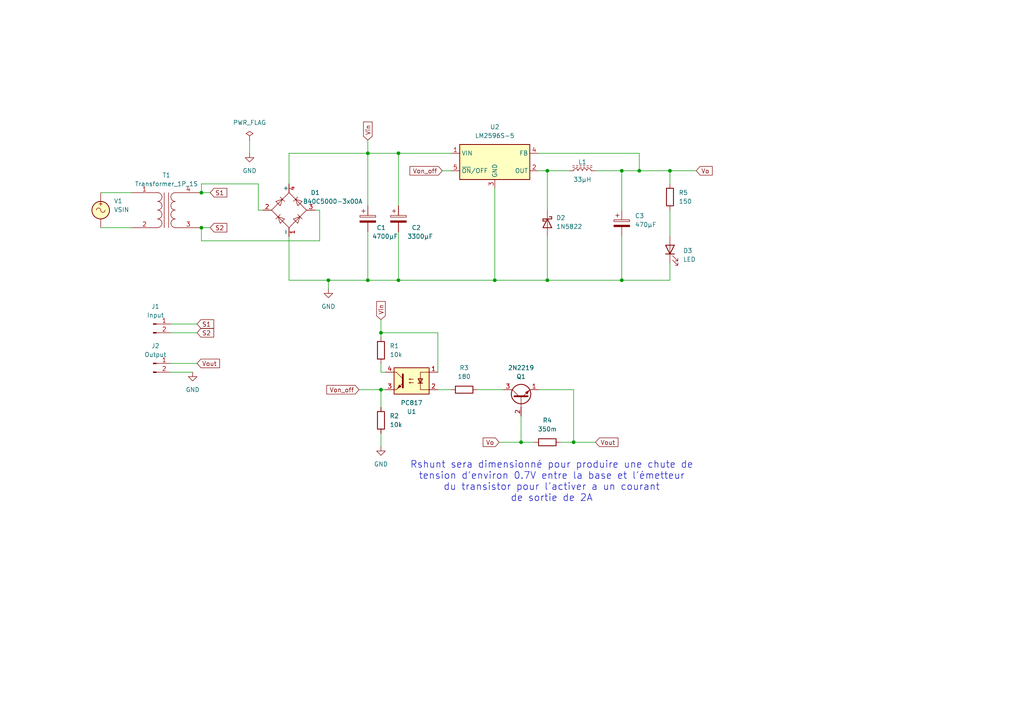
<source format=kicad_sch>
(kicad_sch (version 20250114) (generator "eeschema") (generator_version "9.0")
  (paper "A4")
  (title_block (title "Alimentation 5V stabilisée pour les tests"))
  (lib_symbols
    (symbol "Connector:Conn_01x02_Pin" (pin_names (offset 1.016) (hide yes))
      (property "Reference" "J" (at 0 2.54 0))
      (property "Value" "Conn_01x02_Pin" (at 0 -5.08 0))
      (symbol "Conn_01x02_Pin_1_1"
        (rectangle (start 0.8636 0.127) (end 0 -0.127) (stroke (width 0.1524)) (fill (type outline)))
        (rectangle (start 0.8636 -2.413) (end 0 -2.667) (stroke (width 0.1524)) (fill (type outline)))
        (polyline (pts (xy 1.27 0) (xy 0.8636 0)) (stroke (width 0.1524)))
        (polyline (pts (xy 1.27 -2.54) (xy 0.8636 -2.54)) (stroke (width 0.1524)))
        (pin passive line (at 5.08 0 180) (length 3.81) (name "Pin_1") (number "1"))
        (pin passive line (at 5.08 -2.54 180) (length 3.81) (name "Pin_2") (number "2"))
      )
    )
    (symbol "Device:C_Polarized" (pin_numbers (hide yes)) (pin_names (offset 0.254))
      (property "Reference" "C" (at 0.635 2.54 0))
      (property "Value" "C_Polarized" (at 0.635 -2.54 0))
      (symbol "C_Polarized_0_1"
        (rectangle (start -2.286 0.508) (end 2.286 1.016))
        (polyline (pts (xy -1.778 2.286) (xy -0.762 2.286)))
        (polyline (pts (xy -1.27 2.794) (xy -1.27 1.778)))
        (rectangle (start 2.286 -0.508) (end -2.286 -1.016) (fill (type outline)))
      )
      (symbol "C_Polarized_1_1"
        (pin passive line (at 0 3.81 270) (length 2.794) (name "~") (number "1"))
        (pin passive line (at 0 -3.81 90) (length 2.794) (name "~") (number "2"))
      )
    )
    (symbol "Device:LED" (pin_numbers (hide yes)) (pin_names (offset 1.016) (hide yes))
      (property "Reference" "D" (at 0 2.54 0))
      (property "Value" "LED" (at 0 -2.54 0))
      (symbol "LED_0_1"
        (polyline (pts (xy -3.048 -0.762) (xy -4.572 -2.286) (xy -3.81 -2.286) (xy -4.572 -2.286) (xy -4.572 -1.524)))
        (polyline (pts (xy -1.778 -0.762) (xy -3.302 -2.286) (xy -2.54 -2.286) (xy -3.302 -2.286) (xy -3.302 -1.524)))
        (polyline (pts (xy -1.27 0) (xy 1.27 0)))
        (polyline (pts (xy -1.27 -1.27) (xy -1.27 1.27)) (stroke (width 0.254)))
        (polyline (pts (xy 1.27 -1.27) (xy 1.27 1.27) (xy -1.27 0) (xy 1.27 -1.27)) (stroke (width 0.254)))
      )
      (symbol "LED_1_1"
        (pin passive line (at -3.81 0 0) (length 2.54) (name "K") (number "1"))
        (pin passive line (at 3.81 0 180) (length 2.54) (name "A") (number "2"))
      )
    )
    (symbol "Device:L_Ferrite" (pin_numbers (hide yes)) (pin_names (offset 1.016) (hide yes))
      (property "Reference" "L" (at -1.27 0 90))
      (property "Value" "L_Ferrite" (at 2.794 0 90))
      (symbol "L_Ferrite_0_1"
        (arc (start 0 2.54) (mid 0.6323 1.905) (end 0 1.27))
        (arc (start 0 1.27) (mid 0.6323 0.635) (end 0 0))
        (arc (start 0 0) (mid 0.6323 -0.635) (end 0 -1.27))
        (arc (start 0 -1.27) (mid 0.6323 -1.905) (end 0 -2.54))
        (polyline (pts (xy 1.016 2.286) (xy 1.016 2.794)))
        (polyline (pts (xy 1.016 1.27) (xy 1.016 1.778)))
        (polyline (pts (xy 1.016 0.254) (xy 1.016 0.762)))
        (polyline (pts (xy 1.016 -0.762) (xy 1.016 -0.254)))
        (polyline (pts (xy 1.016 -1.778) (xy 1.016 -1.27)))
        (polyline (pts (xy 1.016 -2.794) (xy 1.016 -2.286)))
        (polyline (pts (xy 1.524 2.794) (xy 1.524 2.286)))
        (polyline (pts (xy 1.524 1.778) (xy 1.524 1.27)))
        (polyline (pts (xy 1.524 0.762) (xy 1.524 0.254)))
        (polyline (pts (xy 1.524 -0.254) (xy 1.524 -0.762)))
        (polyline (pts (xy 1.524 -1.27) (xy 1.524 -1.778)))
        (polyline (pts (xy 1.524 -2.286) (xy 1.524 -2.794)))
      )
      (symbol "L_Ferrite_1_1"
        (pin passive line (at 0 3.81 270) (length 1.27) (name "1") (number "1"))
        (pin passive line (at 0 -3.81 90) (length 1.27) (name "2") (number "2"))
      )
    )
    (symbol "Device:R" (pin_numbers (hide yes)) (pin_names (offset 0))
      (property "Reference" "R" (at 2.032 0 90))
      (property "Value" "R" (at 0 0 90))
      (symbol "R_0_1"
        (rectangle (start -1.016 -2.54) (end 1.016 2.54) (stroke (width 0.254)))
      )
      (symbol "R_1_1"
        (pin passive line (at 0 3.81 270) (length 1.27) (name "~") (number "1"))
        (pin passive line (at 0 -3.81 90) (length 1.27) (name "~") (number "2"))
      )
    )
    (symbol "Device:Transformer_1P_1S" (pin_names (offset 1.016) (hide yes))
      (property "Reference" "T" (at 0 6.35 0))
      (property "Value" "Transformer_1P_1S" (at 0 -7.62 0))
      (symbol "Transformer_1P_1S_0_1"
        (arc (start -1.27 3.81) (mid -1.656 2.9336) (end -2.54 2.5654))
        (arc (start -1.27 1.27) (mid -1.656 0.3936) (end -2.54 0.0254))
        (arc (start -1.27 -1.27) (mid -1.656 -2.1464) (end -2.54 -2.5146))
        (arc (start -1.27 -3.81) (mid -1.656 -4.6864) (end -2.54 -5.0546))
        (arc (start -2.54 5.08) (mid -1.642 4.708) (end -1.27 3.81))
        (arc (start -2.54 2.54) (mid -1.642 2.168) (end -1.27 1.27))
        (arc (start -2.54 0) (mid -1.642 -0.372) (end -1.27 -1.27))
        (arc (start -2.54 -2.54) (mid -1.642 -2.912) (end -1.27 -3.81))
        (polyline (pts (xy -0.635 5.08) (xy -0.635 -5.08)))
        (polyline (pts (xy 0.635 -5.08) (xy 0.635 5.08)))
        (arc (start 1.2954 3.81) (mid 1.6457 4.7117) (end 2.54 5.08))
        (arc (start 1.2954 1.27) (mid 1.6457 2.1717) (end 2.54 2.54))
        (arc (start 1.2954 -1.27) (mid 1.6457 -0.3683) (end 2.54 0))
        (arc (start 2.54 2.5654) (mid 1.6599 2.9299) (end 1.2954 3.81))
        (arc (start 2.54 0.0254) (mid 1.6599 0.3899) (end 1.2954 1.27))
        (arc (start 2.54 -2.5146) (mid 1.6599 -2.1501) (end 1.2954 -1.27))
        (arc (start 1.3208 -3.81) (mid 1.6711 -2.9085) (end 2.5654 -2.54))
        (arc (start 2.5654 -5.0546) (mid 1.6851 -4.6902) (end 1.3208 -3.81))
      )
      (symbol "Transformer_1P_1S_1_1"
        (pin passive line (at -10.16 5.08 0) (length 7.62) (name "AA") (number "1"))
        (pin passive line (at -10.16 -5.08 0) (length 7.62) (name "AB") (number "2"))
        (pin passive line (at 10.16 5.08 180) (length 7.62) (name "SB") (number "4"))
        (pin passive line (at 10.16 -5.08 180) (length 7.62) (name "SA") (number "3"))
      )
    )
    (symbol "Diode:1N5822" (pin_numbers (hide yes)) (pin_names (offset 1.016) (hide yes))
      (property "Reference" "D" (at 0 2.54 0))
      (property "Value" "1N5822" (at 0 -2.54 0))
      (symbol "1N5822_0_1"
        (polyline (pts (xy -1.905 0.635) (xy -1.905 1.27) (xy -1.27 1.27) (xy -1.27 -1.27) (xy -0.635 -1.27) (xy -0.635 -0.635)) (stroke (width 0.254)))
        (polyline (pts (xy 1.27 1.27) (xy 1.27 -1.27) (xy -1.27 0) (xy 1.27 1.27)) (stroke (width 0.254)))
        (polyline (pts (xy 1.27 0) (xy -1.27 0)))
      )
      (symbol "1N5822_1_1"
        (pin passive line (at -3.81 0 0) (length 2.54) (name "K") (number "1"))
        (pin passive line (at 3.81 0 180) (length 2.54) (name "A") (number "2"))
      )
    )
    (symbol "Diode_Bridge:B40C5000-3x00A" (pin_names (offset 0))
      (property "Reference" "D1" (at 5.08 -7.62 90))
      (property "Value" "B40C5000-3x00A" (at 2.54 -12.7 90))
      (symbol "B40C5000-3x00A_0_1"
        (polyline (pts (xy -5.08 0) (xy 0 -5.08) (xy 5.08 0) (xy 0 5.08) (xy -5.08 0)))
        (polyline (pts (xy -3.81 2.54) (xy -2.54 1.27) (xy -1.905 3.175) (xy -3.81 2.54)))
        (polyline (pts (xy -2.54 3.81) (xy -1.27 2.54)))
        (polyline (pts (xy -2.54 -1.27) (xy -3.81 -2.54) (xy -1.905 -3.175) (xy -2.54 -1.27)))
        (polyline (pts (xy -1.27 -2.54) (xy -2.54 -3.81)))
        (polyline (pts (xy 1.27 2.54) (xy 2.54 3.81) (xy 3.175 1.905) (xy 1.27 2.54)))
        (polyline (pts (xy 2.54 1.27) (xy 3.81 2.54)))
        (polyline (pts (xy 2.54 -1.27) (xy 3.81 -2.54)))
        (polyline (pts (xy 3.175 -1.905) (xy 1.27 -2.54) (xy 2.54 -3.81) (xy 3.175 -1.905)))
      )
      (symbol "B40C5000-3x00A_1_1"
        (pin passive line (at -7.62 0 0) (length 2.54) (name "-") (number "1"))
        (pin passive line (at 0 7.62 270) (length 2.54) (name "~") (number "2"))
        (pin passive line (at 0 -7.62 90) (length 2.54) (name "~") (number "3"))
        (pin power_out line (at 7.62 0 180) (length 2.54) (name "+") (number "4"))
      )
    )
    (symbol "Isolator:PC817" (pin_names (offset 1.016))
      (property "Reference" "U" (at -5.08 5.08 0))
      (property "Value" "PC817" (at 0 5.08 0))
      (symbol "PC817_0_1"
        (rectangle (start -5.08 3.81) (end 5.08 -3.81) (stroke (width 0.254)) (fill (type background)))
        (polyline (pts (xy -5.08 2.54) (xy -2.54 2.54) (xy -2.54 -0.635)))
        (polyline (pts (xy -3.175 -0.635) (xy -1.905 -0.635)) (stroke (width 0.254)))
        (polyline (pts (xy -2.54 -0.635) (xy -2.54 -2.54) (xy -5.08 -2.54)))
        (polyline (pts (xy -2.54 -0.635) (xy -3.175 0.635) (xy -1.905 0.635) (xy -2.54 -0.635)) (stroke (width 0.254)))
        (polyline (pts (xy -0.508 0.508) (xy 0.762 0.508) (xy 0.381 0.381) (xy 0.381 0.635) (xy 0.762 0.508)))
        (polyline (pts (xy -0.508 -0.508) (xy 0.762 -0.508) (xy 0.381 -0.635) (xy 0.381 -0.381) (xy 0.762 -0.508)))
        (polyline (pts (xy 2.54 1.905) (xy 2.54 -1.905) (xy 2.54 -1.905)) (stroke (width 0.508)))
        (polyline (pts (xy 2.54 0.635) (xy 4.445 2.54)))
        (polyline (pts (xy 3.048 -1.651) (xy 3.556 -1.143) (xy 4.064 -2.159) (xy 3.048 -1.651) (xy 3.048 -1.651)) (fill (type outline)))
        (polyline (pts (xy 4.445 2.54) (xy 5.08 2.54)))
        (polyline (pts (xy 4.445 -2.54) (xy 2.54 -0.635)) (fill (type outline)))
        (polyline (pts (xy 4.445 -2.54) (xy 5.08 -2.54)))
      )
      (symbol "PC817_1_1"
        (pin passive line (at -7.62 2.54 0) (length 2.54) (name "~") (number "1"))
        (pin passive line (at -7.62 -2.54 0) (length 2.54) (name "~") (number "2"))
        (pin passive line (at 7.62 2.54 180) (length 2.54) (name "~") (number "4"))
        (pin passive line (at 7.62 -2.54 180) (length 2.54) (name "~") (number "3"))
      )
    )
    (symbol "Regulator_Switching:LM2596S-5"
      (property "Reference" "U" (at -10.16 6.35 0))
      (property "Value" "LM2596S-5" (at 0 6.35 0))
      (symbol "LM2596S-5_0_1"
        (rectangle (start -10.16 5.08) (end 10.16 -5.08) (stroke (width 0.254)) (fill (type background)))
      )
      (symbol "LM2596S-5_1_1"
        (pin power_in line (at -12.7 2.54 0) (length 2.54) (name "VIN") (number "1"))
        (pin input line (at -12.7 -2.54 0) (length 2.54) (name "~{ON}/OFF") (number "5"))
        (pin power_in line (at 0 -7.62 90) (length 2.54) (name "GND") (number "3"))
        (pin input line (at 12.7 2.54 180) (length 2.54) (name "FB") (number "4"))
        (pin output line (at 12.7 -2.54 180) (length 2.54) (name "OUT") (number "2"))
      )
    )
    (symbol "Simulation_SPICE:VSIN" (pin_numbers (hide yes)) (pin_names (offset 0.0254))
      (property "Reference" "V" (at 2.54 2.54 0))
      (property "Value" "VSIN" (at 2.54 0 0))
      (property "Sim.Params" "dc=0 ampl=1 f=1k ac=1" (at 2.54 -2.54 0))
      (symbol "VSIN_0_0"
        (arc (start -1.27 0) (mid -0.635 0.6323) (end 0 0))
        (arc (start 1.27 0) (mid 0.635 -0.6323) (end 0 0))
        (text "+" (at 0 1.905 0) (effects (font (size 1.27 1.27))))
      )
      (symbol "VSIN_0_1"
        (circle (center 0 0) (radius 2.54) (stroke (width 0.254)) (fill (type background)))
      )
      (symbol "VSIN_1_1"
        (pin passive line (at 0 5.08 270) (length 2.54) (name "~") (number "1"))
        (pin passive line (at 0 -5.08 90) (length 2.54) (name "~") (number "2"))
      )
    )
    (symbol "Transistor_BJT:2N2219" (pin_names (offset 0) (hide yes))
      (property "Reference" "Q" (at 5.08 1.905 0))
      (property "Value" "2N2219" (at 5.08 0 0))
      (symbol "2N2219_0_1"
        (polyline (pts (xy -2.54 0) (xy 0.635 0)))
        (polyline (pts (xy 0.635 1.905) (xy 0.635 -1.905)) (stroke (width 0.508)))
        (circle (center 1.27 0) (radius 2.8194) (stroke (width 0.254)))
      )
      (symbol "2N2219_1_1"
        (polyline (pts (xy 0.635 0.635) (xy 2.54 2.54)))
        (polyline (pts (xy 0.635 -0.635) (xy 2.54 -2.54)))
        (polyline (pts (xy 1.27 -1.778) (xy 1.778 -1.27) (xy 2.286 -2.286) (xy 1.27 -1.778)) (fill (type outline)))
        (pin input line (at -5.08 0 0) (length 2.54) (name "B") (number "2"))
        (pin passive line (at 2.54 5.08 270) (length 2.54) (name "C") (number "3"))
        (pin passive line (at 2.54 -5.08 90) (length 2.54) (name "E") (number "1"))
      )
    )
    (symbol "power:GND" (power) (pin_numbers (hide yes)) (pin_names (offset 0) (hide yes))
      (property "Value" "GND" (at 0 -3.81 0))
      (symbol "GND_0_1"
        (polyline (pts (xy 0 0) (xy 0 -1.27) (xy 1.27 -1.27) (xy 0 -2.54) (xy -1.27 -1.27) (xy 0 -1.27)))
      )
      (symbol "GND_1_1"
        (pin power_in line (at 0 0 270) (length 0) (name "~") (number "1"))
      )
    )
    (symbol "power:PWR_FLAG" (power) (pin_numbers (hide yes)) (pin_names (offset 0) (hide yes))
      (property "Value" "PWR_FLAG" (at 0 3.81 0))
      (symbol "PWR_FLAG_0_0"
        (pin power_out line (at 0 0 90) (length 0) (name "~") (number "1"))
      )
      (symbol "PWR_FLAG_0_1"
        (polyline (pts (xy 0 0) (xy 0 1.27) (xy -1.016 1.905) (xy 0 2.54) (xy 1.016 1.905) (xy 0 1.27)))
      )
    )
  )
  (text "Rshunt sera dimensionné pour produire une chute de\ntension d'environ 0.7V entre la base et l'émetteur\ndu transistor pour l'activer a un courant\nde sortie de 2A" (at 160.02 139.7 0) (effects (font (size 2 2))))
  (junction (at 166.37 128.27))
  (junction (at 180.34 49.53))
  (junction (at 58.42 55.88))
  (junction (at 95.25 81.28))
  (junction (at 158.75 81.28))
  (junction (at 151.13 128.27))
  (junction (at 106.68 81.28))
  (junction (at 110.49 113.03))
  (junction (at 106.68 44.45))
  (junction (at 158.75 49.53))
  (junction (at 115.57 81.28))
  (junction (at 143.51 81.28))
  (junction (at 180.34 81.28))
  (junction (at 58.42 66.04))
  (junction (at 115.57 44.45))
  (junction (at 110.49 96.52))
  (junction (at 194.31 49.53))
  (junction (at 185.42 49.53))
  (wire (pts (xy 92.71 60.96) (xy 91.44 60.96)))
  (wire (pts (xy 58.42 53.34) (xy 74.93 53.34)))
  (wire (pts (xy 49.53 93.98) (xy 57.15 93.98)))
  (wire (pts (xy 158.75 68.58) (xy 158.75 81.28)))
  (wire (pts (xy 104.14 113.03) (xy 110.49 113.03)))
  (wire (pts (xy 110.49 125.73) (xy 110.49 129.54)))
  (wire (pts (xy 58.42 55.88) (xy 58.42 53.34)))
  (wire (pts (xy 151.13 120.65) (xy 151.13 128.27)))
  (wire (pts (xy 194.31 60.96) (xy 194.31 68.58)))
  (wire (pts (xy 127 113.03) (xy 130.81 113.03)))
  (wire (pts (xy 185.42 49.53) (xy 180.34 49.53)))
  (wire (pts (xy 74.93 53.34) (xy 74.93 60.96)))
  (wire (pts (xy 106.68 81.28) (xy 115.57 81.28)))
  (wire (pts (xy 143.51 81.28) (xy 158.75 81.28)))
  (wire (pts (xy 180.34 49.53) (xy 180.34 60.96)))
  (wire (pts (xy 95.25 81.28) (xy 106.68 81.28)))
  (wire (pts (xy 158.75 49.53) (xy 156.21 49.53)))
  (wire (pts (xy 95.25 81.28) (xy 95.25 83.82)))
  (wire (pts (xy 166.37 128.27) (xy 172.72 128.27)))
  (wire (pts (xy 110.49 118.11) (xy 110.49 113.03)))
  (wire (pts (xy 158.75 49.53) (xy 165.1 49.53)))
  (wire (pts (xy 180.34 81.28) (xy 194.31 81.28)))
  (wire (pts (xy 58.42 55.88) (xy 60.96 55.88)))
  (wire (pts (xy 158.75 60.96) (xy 158.75 49.53)))
  (wire (pts (xy 127 96.52) (xy 110.49 96.52)))
  (wire (pts (xy 180.34 68.58) (xy 180.34 81.28)))
  (wire (pts (xy 110.49 107.95) (xy 111.76 107.95)))
  (wire (pts (xy 156.21 44.45) (xy 185.42 44.45)))
  (wire (pts (xy 194.31 49.53) (xy 185.42 49.53)))
  (wire (pts (xy 143.51 54.61) (xy 143.51 81.28)))
  (wire (pts (xy 115.57 44.45) (xy 130.81 44.45)))
  (wire (pts (xy 128.27 49.53) (xy 130.81 49.53)))
  (wire (pts (xy 29.21 55.88) (xy 38.1 55.88)))
  (wire (pts (xy 115.57 44.45) (xy 115.57 59.69)))
  (wire (pts (xy 83.82 68.58) (xy 83.82 81.28)))
  (wire (pts (xy 49.53 107.95) (xy 55.88 107.95)))
  (wire (pts (xy 83.82 53.34) (xy 83.82 44.45)))
  (wire (pts (xy 166.37 113.03) (xy 166.37 128.27)))
  (wire (pts (xy 72.39 40.64) (xy 72.39 44.45)))
  (wire (pts (xy 115.57 44.45) (xy 106.68 44.45)))
  (wire (pts (xy 194.31 76.2) (xy 194.31 81.28)))
  (wire (pts (xy 83.82 44.45) (xy 106.68 44.45)))
  (wire (pts (xy 58.42 69.85) (xy 58.42 66.04)))
  (wire (pts (xy 144.78 128.27) (xy 151.13 128.27)))
  (wire (pts (xy 58.42 66.04) (xy 60.96 66.04)))
  (wire (pts (xy 49.53 105.41) (xy 57.15 105.41)))
  (wire (pts (xy 158.75 81.28) (xy 180.34 81.28)))
  (wire (pts (xy 74.93 60.96) (xy 76.2 60.96)))
  (wire (pts (xy 166.37 128.27) (xy 162.56 128.27)))
  (wire (pts (xy 110.49 105.41) (xy 110.49 107.95)))
  (wire (pts (xy 49.53 96.52) (xy 57.15 96.52)))
  (wire (pts (xy 92.71 60.96) (xy 92.71 69.85)))
  (wire (pts (xy 106.68 40.64) (xy 106.68 44.45)))
  (wire (pts (xy 58.42 69.85) (xy 92.71 69.85)))
  (wire (pts (xy 83.82 81.28) (xy 95.25 81.28)))
  (wire (pts (xy 185.42 44.45) (xy 185.42 49.53)))
  (wire (pts (xy 156.21 113.03) (xy 166.37 113.03)))
  (wire (pts (xy 127 96.52) (xy 127 107.95)))
  (wire (pts (xy 194.31 49.53) (xy 201.93 49.53)))
  (wire (pts (xy 106.68 44.45) (xy 106.68 59.69)))
  (wire (pts (xy 115.57 81.28) (xy 143.51 81.28)))
  (wire (pts (xy 110.49 113.03) (xy 111.76 113.03)))
  (wire (pts (xy 115.57 67.31) (xy 115.57 81.28)))
  (wire (pts (xy 180.34 49.53) (xy 172.72 49.53)))
  (wire (pts (xy 29.21 66.04) (xy 38.1 66.04)))
  (wire (pts (xy 138.43 113.03) (xy 146.05 113.03)))
  (wire (pts (xy 110.49 97.79) (xy 110.49 96.52)))
  (wire (pts (xy 110.49 96.52) (xy 110.49 92.71)))
  (wire (pts (xy 106.68 67.31) (xy 106.68 81.28)))
  (wire (pts (xy 194.31 53.34) (xy 194.31 49.53)))
  (wire (pts (xy 151.13 128.27) (xy 154.94 128.27)))
  (global_label "Von_off" (shape input) (at 104.14 113.03 180) (property "Intersheetrefs" "${INTERSHEET_REFS}" (effects (hide yes))))
  (global_label "Von_off" (shape input) (at 128.27 49.53 180) (property "Intersheetrefs" "${INTERSHEET_REFS}" (effects (hide yes))))
  (global_label "Vin" (shape input) (at 110.49 92.71 90) (property "Intersheetrefs" "${INTERSHEET_REFS}" (effects (hide yes))))
  (global_label "S2" (shape input) (at 57.15 96.52 0) (property "Intersheetrefs" "${INTERSHEET_REFS}" (effects (hide yes))))
  (global_label "Vout" (shape input) (at 57.15 105.41 0) (property "Intersheetrefs" "${INTERSHEET_REFS}" (effects (hide yes))))
  (global_label "S1" (shape input) (at 57.15 93.98 0) (property "Intersheetrefs" "${INTERSHEET_REFS}" (effects (hide yes))))
  (global_label "S2" (shape input) (at 60.96 66.04 0) (property "Intersheetrefs" "${INTERSHEET_REFS}" (effects (hide yes))))
  (global_label "Vo" (shape input) (at 144.78 128.27 180) (property "Intersheetrefs" "${INTERSHEET_REFS}" (effects (hide yes))))
  (global_label "Vin" (shape input) (at 106.68 40.64 90) (property "Intersheetrefs" "${INTERSHEET_REFS}" (effects (hide yes))))
  (global_label "Vout" (shape input) (at 172.72 128.27 0) (property "Intersheetrefs" "${INTERSHEET_REFS}" (effects (hide yes))))
  (global_label "S1" (shape input) (at 60.96 55.88 0) (property "Intersheetrefs" "${INTERSHEET_REFS}" (effects (hide yes))))
  (global_label "Vo" (shape input) (at 201.93 49.53 0) (property "Intersheetrefs" "${INTERSHEET_REFS}" (effects (hide yes))))
  (symbol (lib_id "power:GND") (at 110.49 129.54 0) (unit 1)
    (property "Reference" "#PWR04" (effects (hide yes)))
    (property "Value" "GND" (at 110.49 134.62 0))
    (property "Description" "Power symbol creates a global label with name \"GND\" , ground" (effects (hide yes)))
  )
  (symbol (lib_id "Device:L_Ferrite") (at 168.91 49.53 90) (unit 1)
    (property "Reference" "L1" (at 168.91 46.99 90))
    (property "Value" "33µH" (at 168.91 52.07 90))
    (property "Footprint" "Inductor_SMD:L_Bourns_SRP1050WA" (effects (hide yes)))
    (property "Description" "Inductor with ferrite core" (effects (hide yes)))
  )
  (symbol (lib_id "Transistor_BJT:2N2219") (at 151.13 115.57 90) (unit 1)
    (property "Reference" "Q1" (at 151.13 109.22 90))
    (property "Value" "2N2219" (at 151.13 106.68 90))
    (property "Footprint" "Package_TO_SOT_THT:TO-39-3" (effects (hide yes)))
    (property "Datasheet" "http://www.onsemi.com/pub_link/Collateral/2N2219-D.PDF" (effects (hide yes)))
    (property "Description" "800mA Ic, 50V Vce, NPN Transistor, TO-39" (effects (hide yes)))
  )
  (symbol (lib_id "power:GND") (at 55.88 107.95 0) (unit 1)
    (property "Reference" "#PWR01" (effects (hide yes)))
    (property "Value" "GND" (at 55.88 113.03 0))
    (property "Description" "Power symbol creates a global label with name \"GND\" , ground" (effects (hide yes)))
  )
  (symbol (lib_id "Device:C_Polarized") (at 115.57 63.5 0) (unit 1)
    (property "Reference" "C2" (at 119.38 66.04 0) (effects (justify left)))
    (property "Value" "3300µF" (at 118.11 68.58 0) (effects (justify left)))
    (property "Footprint" "Capacitor_THT:CP_Radial_D24.0mm_P10.00mm_SnapIn" (effects (hide yes)))
    (property "Description" "Polarized capacitor" (effects (hide yes)))
  )
  (symbol (lib_id "Simulation_SPICE:VSIN") (at 29.21 60.96 0) (unit 1) (in_bom no) (on_board no)
    (property "Reference" "V1" (at 33.02 58.2901 0) (effects (justify left)))
    (property "Value" "VSIN" (at 33.02 60.8301 0) (effects (justify left)))
    (property "Datasheet" "https://ngspice.sourceforge.io/docs/ngspice-html-manual/manual.xhtml#sec_Independent_Sources_for" (effects (hide yes)))
    (property "Description" "Voltage source, sinusoidal" (effects (hide yes)))
    (property "Sim.Pins" "1=+ 2=-" (effects (hide yes)))
    (property "Sim.Params" "dc=0 ampl=1 f=1k ac=1" (effects (hide yes)))
    (property "Sim.Type" "SIN" (effects (hide yes)))
    (property "Sim.Device" "V" (effects (hide yes)))
  )
  (symbol (lib_id "Device:Transformer_1P_1S") (at 48.26 60.96 0) (unit 1) (on_board no)
    (property "Reference" "T1" (at 48.2727 50.8 0))
    (property "Value" "Transformer_1P_1S" (at 48.2727 53.34 0))
    (property "Description" "Transformer, single primary, single secondary" (effects (hide yes)))
  )
  (symbol (lib_id "power:GND") (at 72.39 44.45 0) (unit 1)
    (property "Reference" "#PWR02" (effects (hide yes)))
    (property "Value" "GND" (at 72.39 49.53 0))
    (property "Description" "Power symbol creates a global label with name \"GND\" , ground" (effects (hide yes)))
  )
  (symbol (lib_id "Device:C_Polarized") (at 180.34 64.77 0) (unit 1)
    (property "Reference" "C3" (at 184.15 62.6109 0) (effects (justify left)))
    (property "Value" "470µF" (at 184.15 65.1509 0) (effects (justify left)))
    (property "Footprint" "Capacitor_THT:CP_Radial_D10.0mm_P5.00mm" (effects (hide yes)))
    (property "Description" "Polarized capacitor" (effects (hide yes)))
  )
  (symbol (lib_id "power:GND") (at 95.25 83.82 0) (unit 1)
    (property "Reference" "#PWR03" (effects (hide yes)))
    (property "Value" "GND" (at 95.25 88.9 0))
    (property "Description" "Power symbol creates a global label with name \"GND\" , ground" (effects (hide yes)))
  )
  (symbol (lib_id "Regulator_Switching:LM2596S-5") (at 143.51 46.99 0) (unit 1)
    (property "Reference" "U2" (at 143.51 36.83 0))
    (property "Value" "LM2596S-5" (at 143.51 39.37 0))
    (property "Footprint" "Package_TO_SOT_SMD:TO-263-5_TabPin3" (effects (hide yes)))
    (property "Datasheet" "http://www.ti.com/lit/ds/symlink/lm2596.pdf" (effects (hide yes)))
    (property "Description" "5V 3A Step-Down Voltage Regulator, TO-263" (effects (hide yes)))
  )
  (symbol (lib_id "Device:R") (at 110.49 101.6 180) (unit 1)
    (property "Reference" "R1" (at 113.03 100.3299 0) (effects (justify right)))
    (property "Value" "10k" (at 113.03 102.8699 0) (effects (justify right)))
    (property "Footprint" "Resistor_THT:R_Axial_DIN0207_L6.3mm_D2.5mm_P10.16mm_Horizontal" (effects (hide yes)))
    (property "Description" "Resistor" (effects (hide yes)))
  )
  (symbol (lib_id "Isolator:PC817") (at 119.38 110.49 0) (mirror y) (unit 1)
    (property "Reference" "U1" (at 119.38 119.38 0))
    (property "Value" "PC817" (at 119.38 116.84 0))
    (property "Footprint" "Package_DIP:DIP-4_W7.62mm" (effects (hide yes)))
    (property "Datasheet" "http://www.soselectronic.cz/a_info/resource/d/pc817.pdf" (effects (hide yes)))
    (property "Description" "DC Optocoupler, Vce 35V, CTR 50-300%, DIP-4" (effects (hide yes)))
  )
  (symbol (lib_id "Diode_Bridge:B40C5000-3x00A") (at 83.82 60.96 90) (unit 1)
    (property "Reference" "D1" (at 91.44 55.88 90))
    (property "Value" "B40C5000-3x00A" (at 96.52 58.42 90))
    (property "Footprint" "Diode_THT:Diode_Bridge_32.0x5.6x17.0mm_P10.0mm_P7.5mm" (effects (hide yes)))
    (property "Datasheet" "https://diotec.com/tl_files/diotec/files/pdf/datasheets/b40c500033" (effects (hide yes)))
    (property "Description" "Silicon Bridge Rectifier, 40V Vrms, 3.3A If, pins=-AA+, SIL-package" (effects (hide yes)))
  )
  (symbol (lib_id "Connector:Conn_01x02_Pin") (at 44.45 105.41 0) (unit 1)
    (property "Reference" "J2" (at 45.085 100.33 0))
    (property "Value" "Output" (at 45.085 102.87 0))
    (property "Footprint" "Connector_JST:JST_EH_B2B-EH-A_1x02_P2.50mm_Vertical" (effects (hide yes)))
    (property "Description" "Generic connector, single row, 01x02, script generated" (effects (hide yes)))
  )
  (symbol (lib_id "Diode:1N5822") (at 158.75 64.77 270) (unit 1)
    (property "Reference" "D2" (at 161.29 63.1824 90) (effects (justify left)))
    (property "Value" "1N5822" (at 161.29 65.7224 90) (effects (justify left)))
    (property "Footprint" "Diode_THT:D_DO-201AD_P15.24mm_Horizontal" (effects (hide yes)))
    (property "Datasheet" "http://www.vishay.com/docs/88526/1n5820.pdf" (effects (hide yes)))
    (property "Description" "40V 3A Schottky Barrier Rectifier Diode, DO-201AD" (effects (hide yes)))
  )
  (symbol (lib_id "Device:R") (at 110.49 121.92 180) (unit 1)
    (property "Reference" "R2" (at 113.03 120.6499 0) (effects (justify right)))
    (property "Value" "10k" (at 113.03 123.1899 0) (effects (justify right)))
    (property "Footprint" "Resistor_THT:R_Axial_DIN0207_L6.3mm_D2.5mm_P10.16mm_Horizontal" (effects (hide yes)))
    (property "Description" "Resistor" (effects (hide yes)))
  )
  (symbol (lib_id "Device:C_Polarized") (at 106.68 63.5 0) (unit 1)
    (property "Reference" "C1" (at 109.22 66.04 0) (effects (justify left)))
    (property "Value" "4700µF" (at 107.95 68.58 0) (effects (justify left)))
    (property "Footprint" "Capacitor_THT:CP_Radial_D24.0mm_P10.00mm_SnapIn" (effects (hide yes)))
    (property "Description" "Polarized capacitor" (effects (hide yes)))
  )
  (symbol (lib_id "Device:LED") (at 194.31 72.39 90) (unit 1)
    (property "Reference" "D3" (at 198.12 72.7074 90) (effects (justify right)))
    (property "Value" "LED" (at 198.12 75.2474 90) (effects (justify right)))
    (property "Footprint" "LED_THT:LED_D3.0mm" (effects (hide yes)))
    (property "Description" "Light emitting diode" (effects (hide yes)))
    (property "Sim.Pins" "1=K 2=A" (effects (hide yes)))
  )
  (symbol (lib_id "Device:R") (at 194.31 57.15 0) (unit 1)
    (property "Reference" "R5" (at 196.85 55.8799 0) (effects (justify left)))
    (property "Value" "150" (at 196.85 58.4199 0) (effects (justify left)))
    (property "Footprint" "Resistor_THT:R_Axial_DIN0207_L6.3mm_D2.5mm_P10.16mm_Horizontal" (effects (hide yes)))
    (property "Description" "Resistor" (effects (hide yes)))
  )
  (symbol (lib_id "Device:R") (at 158.75 128.27 90) (unit 1)
    (property "Reference" "R4" (at 158.75 121.92 90))
    (property "Value" "350m" (at 158.75 124.46 90))
    (property "Footprint" "Resistor_SMD:R_4020_10251Metric_Pad1.65x5.30mm_HandSolder" (effects (hide yes)))
    (property "Description" "Resistor" (effects (hide yes)))
  )
  (symbol (lib_id "power:PWR_FLAG") (at 72.39 40.64 0) (unit 1)
    (property "Reference" "#FLG01" (effects (hide yes)))
    (property "Value" "PWR_FLAG" (at 72.39 35.56 0))
    (property "Description" "Special symbol for telling ERC where power comes from" (effects (hide yes)))
  )
  (symbol (lib_id "Device:R") (at 134.62 113.03 90) (unit 1)
    (property "Reference" "R3" (at 134.62 106.68 90))
    (property "Value" "180" (at 134.62 109.22 90))
    (property "Footprint" "Resistor_THT:R_Axial_DIN0207_L6.3mm_D2.5mm_P10.16mm_Horizontal" (effects (hide yes)))
    (property "Description" "Resistor" (effects (hide yes)))
  )
  (symbol (lib_id "Connector:Conn_01x02_Pin") (at 44.45 93.98 0) (unit 1)
    (property "Reference" "J1" (at 45.085 88.9 0))
    (property "Value" "Input" (at 45.085 91.44 0))
    (property "Footprint" "Connector_JST:JST_EH_B2B-EH-A_1x02_P2.50mm_Vertical" (effects (hide yes)))
    (property "Description" "Generic connector, single row, 01x02, script generated" (effects (hide yes)))
  )
)
</source>
